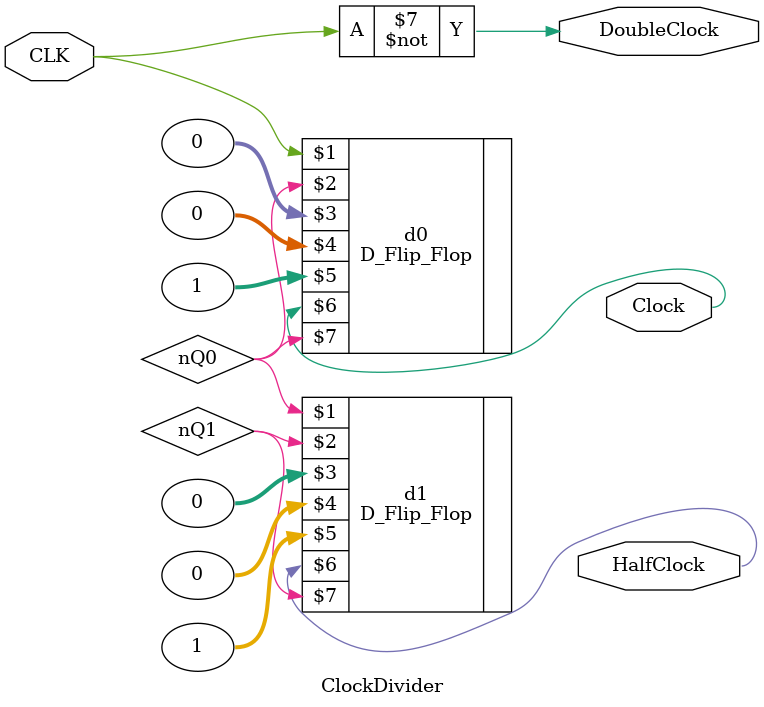
<source format=sv>
module ClockDivider( CLK,
                     Clock,
                     DoubleClock,
                     HalfClock);
   input  CLK;
   output Clock;
   output DoubleClock;
   output HalfClock;
   not(DoubleClock,CLK);
   wire nQ0;
   wire nQ1;
   D_Flip_Flop d0(CLK,nQ0,0,0,1,Clock,nQ0);
   D_Flip_Flop d1(nQ0,nQ1,0,0,1,HalfClock,nQ1);
endmodule

</source>
